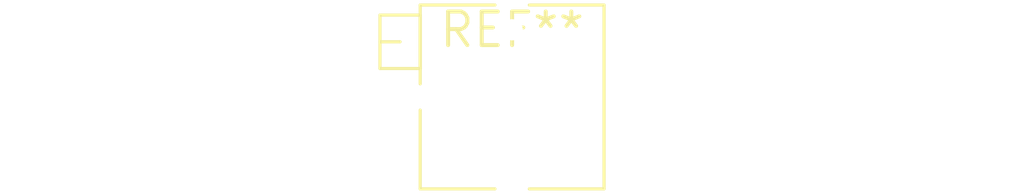
<source format=kicad_pcb>
(kicad_pcb (version 20240108) (generator pcbnew)
  (layers (0 "F.Cu" signal) (31 "B.Cu" signal) (34 "B.Paste" user) (35 "F.Paste" user) (36 "B.SilkS" user "B.Silkscreen") (37 "F.SilkS" user "F.Silkscreen") (38 "B.Mask" user) (39 "F.Mask" user) (44 "Edge.Cuts" user))
  (net 0 "")
  (footprint "Potentiometer_Bourns_3266P_Horizontal" (layer "F.Cu") (at 0 0)
    (property "Reference" "REF**")
    (property "Value" "Potentiometer_Bourns_3266P_Horizontal")
    (fp_line (start -4.995 -0.555) (end -4.995 1.465) (layer "F.SilkS") (stroke (width 0.12)))
    (fp_line (start -4.995 -0.555) (end -3.476 -0.555) (layer "F.SilkS") (stroke (width 0.12)))
    (fp_line (start -4.995 0.455) (end -4.236 0.455) (layer "F.SilkS") (stroke (width 0.12)))
    (fp_line (start -4.995 1.465) (end -3.476 1.465) (layer "F.SilkS") (stroke (width 0.12)))
    (fp_line (start -3.476 -0.555) (end -3.476 1.465) (layer "F.SilkS") (stroke (width 0.12)))
    (fp_line (start -3.475 -0.935) (end -3.475 2.045) (layer "F.SilkS") (stroke (width 0.12)))
    (fp_line (start -3.475 -0.935) (end -0.649 -0.935) (layer "F.SilkS") (stroke (width 0.12)))
    (fp_line (start -3.475 3.036) (end -3.475 6.015) (layer "F.SilkS") (stroke (width 0.12)))
    (fp_line (start -3.475 6.015) (end -0.649 6.015) (layer "F.SilkS") (stroke (width 0.12)))
    (fp_line (start 0.65 -0.935) (end 3.475 -0.935) (layer "F.SilkS") (stroke (width 0.12)))
    (fp_line (start 0.65 6.015) (end 3.475 6.015) (layer "F.SilkS") (stroke (width 0.12)))
    (fp_line (start 3.475 -0.935) (end 3.475 6.015) (layer "F.SilkS") (stroke (width 0.12)))
    (pad "1" thru_hole circle (at 0 0) (size 1.44 1.44) (drill 0.8) (layers *.Cu *.Mask) (remove_unused_layers))
    (pad "2" thru_hole circle (at -2.54 2.54) (size 1.44 1.44) (drill 0.8) (layers *.Cu *.Mask) (remove_unused_layers))
    (pad "3" thru_hole circle (at 0 5.08) (size 1.44 1.44) (drill 0.8) (layers *.Cu *.Mask) (remove_unused_layers))
  )
)
</source>
